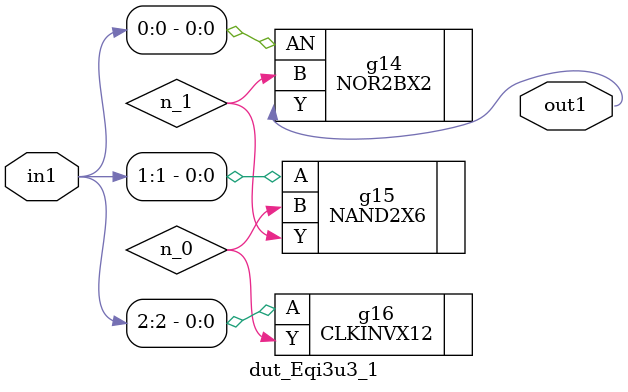
<source format=v>
`timescale 1ps / 1ps


module dut_Eqi3u3_1(in1, out1);
  input [2:0] in1;
  output out1;
  wire [2:0] in1;
  wire out1;
  wire n_0, n_1;
  NOR2BX2 g14(.AN (in1[0]), .B (n_1), .Y (out1));
  NAND2X6 g15(.A (in1[1]), .B (n_0), .Y (n_1));
  CLKINVX12 g16(.A (in1[2]), .Y (n_0));
endmodule



</source>
